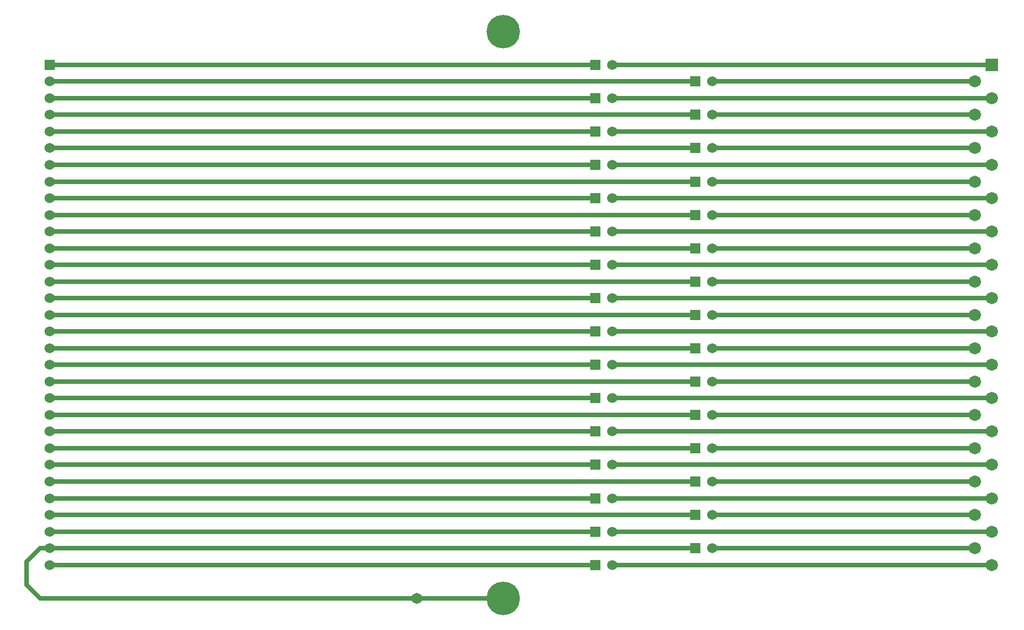
<source format=gbr>
G04 start of page 3 for group 1 idx 1 *
G04 Title: 01.003.00.01.01_main_pcb_layout.pcb, solder *
G04 Creator: pcb 20100929 *
G04 CreationDate: Sat Sep 29 18:10:19 2012 UTC *
G04 For: bert *
G04 Format: Gerber/RS-274X *
G04 PCB-Dimensions: 629925 393705 *
G04 PCB-Coordinate-Origin: lower left *
%MOIN*%
%FSLAX25Y25*%
%LNBACK*%
%ADD11C,0.0200*%
%ADD12C,0.0720*%
%ADD13C,0.1980*%
%ADD14C,0.0650*%
%ADD15C,0.0600*%
%ADD16C,0.0520*%
%ADD17C,0.1100*%
%ADD18C,0.1260*%
%ADD19C,0.0460*%
%ADD20C,0.0350*%
%ADD21C,0.0250*%
G54D21*X47244Y295280D02*X428071D01*
X47244Y275595D02*X428071D01*
X47244Y285437D02*X369016D01*
X47244Y265752D02*X369016D01*
X47244Y255910D02*X428071D01*
X47244Y344492D02*X369016D01*
X47244Y334650D02*X428071D01*
X47244Y324807D02*X369016D01*
X47244Y314965D02*X428071D01*
X47243Y305122D02*X369016D01*
X47244Y246067D02*X369016D01*
X47244Y226382D02*X369016D01*
X47244Y206697D02*X369016D01*
X47244Y187012D02*X369016D01*
X47244Y167327D02*X369016D01*
X47244Y147642D02*X369016D01*
X47244Y127957D02*X369016D01*
X47244Y108272D02*X369016D01*
X47244Y88587D02*X369016D01*
X47244Y236225D02*X428071D01*
X47244Y216540D02*X428071D01*
X47244Y196855D02*X428071D01*
X47244Y177170D02*X428071D01*
X47244Y157485D02*X428071D01*
X47244Y137799D02*X428071D01*
X47244Y118114D02*X428071D01*
X47244Y98429D02*X428071D01*
X47244Y78744D02*X428071D01*
X47244Y68902D02*X369016D01*
X314961Y29532D02*X263781D01*
X47244Y49217D02*X369016D01*
X33465Y51185D02*X41339Y59059D01*
X263780Y29532D02*X41339D01*
X33465Y37406D01*
Y51185D01*
X428071Y59059D02*X41339D01*
X379016Y324807D02*X603147Y324808D01*
X438071Y334650D02*X593305D01*
X603148Y344493D02*X379016D01*
X438071Y314965D02*X593306Y314966D01*
X379016Y305122D02*X603147D01*
X438071Y295280D02*X593306D01*
X379016Y285437D02*X603148Y285438D01*
X438071Y275595D02*X593306D01*
X379016Y265752D02*X603147D01*
X438071Y255910D02*X593306D01*
X379016Y246067D02*X603148Y246068D01*
X438071Y236225D02*X593306D01*
X379016Y226382D02*X603148Y226383D01*
X438071Y216540D02*X593306D01*
X379016Y206697D02*X603147D01*
X438071Y196855D02*X593306Y196856D01*
X379016Y187012D02*X603148Y187013D01*
X438071Y177170D02*X592519D01*
X438071Y78744D02*X593305D01*
X379016Y68902D02*X603148Y68903D01*
X379016Y167327D02*X603147D01*
X438071Y157485D02*X593306Y157486D01*
X379016Y147642D02*X603147D01*
X438071Y137800D02*X593305Y137801D01*
X379016Y127957D02*X603148Y127958D01*
X438976Y118114D02*X593306Y118115D01*
X379016Y108272D02*X603147D01*
X438071Y98429D02*X593306Y98430D01*
X379016Y88587D02*X603147D01*
X379016Y49217D02*X603148Y49218D01*
X438071Y59059D02*X593306Y59060D01*
G54D11*G36*
X599548Y348093D02*Y340893D01*
X606748D01*
Y348093D01*
X599548D01*
G37*
G54D12*X593306Y334651D03*
X603148Y324808D03*
X593306Y314966D03*
X603148Y305123D03*
X593306Y295280D03*
X603148Y285438D03*
G54D13*X314961Y364177D03*
Y29532D03*
G54D14*X263780D03*
G54D11*G36*
X44244Y347492D02*Y341492D01*
X50244D01*
Y347492D01*
X44244D01*
G37*
G54D15*X47244Y334650D03*
Y324807D03*
Y314965D03*
Y305122D03*
Y295280D03*
Y285437D03*
Y275595D03*
Y265752D03*
Y255910D03*
Y246067D03*
Y236225D03*
Y226382D03*
Y216540D03*
Y206697D03*
Y196855D03*
Y187012D03*
Y177170D03*
Y167327D03*
Y157485D03*
Y147642D03*
Y137799D03*
Y127957D03*
Y118114D03*
Y108272D03*
Y98429D03*
Y88587D03*
Y78744D03*
Y68902D03*
Y59059D03*
Y49217D03*
G54D12*X593306Y275595D03*
Y255910D03*
Y236225D03*
X603148Y265753D03*
Y246068D03*
Y226383D03*
X593306Y216540D03*
Y196856D03*
Y177171D03*
Y157486D03*
X603148Y206698D03*
Y187013D03*
Y167328D03*
Y147643D03*
X593306Y137800D03*
Y118115D03*
Y98430D03*
Y78745D03*
Y59060D03*
X603148Y127958D03*
Y108273D03*
Y88588D03*
Y68903D03*
Y49218D03*
G54D11*G36*
X366016Y347492D02*Y341492D01*
X372016D01*
Y347492D01*
X366016D01*
G37*
G54D15*X379016Y344492D03*
G54D11*G36*
X366016Y327807D02*Y321807D01*
X372016D01*
Y327807D01*
X366016D01*
G37*
G54D15*X379016Y324807D03*
G54D11*G36*
X366016Y308122D02*Y302122D01*
X372016D01*
Y308122D01*
X366016D01*
G37*
G54D15*X379016Y305122D03*
G54D11*G36*
X366016Y288437D02*Y282437D01*
X372016D01*
Y288437D01*
X366016D01*
G37*
G54D15*X379016Y285437D03*
G54D11*G36*
X425071Y337650D02*Y331650D01*
X431071D01*
Y337650D01*
X425071D01*
G37*
G36*
X366016Y268752D02*Y262752D01*
X372016D01*
Y268752D01*
X366016D01*
G37*
G36*
Y229382D02*Y223382D01*
X372016D01*
Y229382D01*
X366016D01*
G37*
G36*
Y209697D02*Y203697D01*
X372016D01*
Y209697D01*
X366016D01*
G37*
G54D15*X379016Y265752D03*
Y226382D03*
Y206697D03*
G54D11*G36*
X366016Y249067D02*Y243067D01*
X372016D01*
Y249067D01*
X366016D01*
G37*
G54D15*X379016Y246067D03*
G54D11*G36*
X366016Y190012D02*Y184012D01*
X372016D01*
Y190012D01*
X366016D01*
G37*
G36*
Y170327D02*Y164327D01*
X372016D01*
Y170327D01*
X366016D01*
G37*
G36*
Y150642D02*Y144642D01*
X372016D01*
Y150642D01*
X366016D01*
G37*
G54D15*X379016Y187012D03*
Y167327D03*
Y147642D03*
Y127957D03*
Y88587D03*
Y68902D03*
G54D11*G36*
X366016Y111272D02*Y105272D01*
X372016D01*
Y111272D01*
X366016D01*
G37*
G54D15*X379016Y108272D03*
G54D11*G36*
X366016Y130957D02*Y124957D01*
X372016D01*
Y130957D01*
X366016D01*
G37*
G36*
Y91587D02*Y85587D01*
X372016D01*
Y91587D01*
X366016D01*
G37*
G36*
Y71902D02*Y65902D01*
X372016D01*
Y71902D01*
X366016D01*
G37*
G36*
Y52217D02*Y46217D01*
X372016D01*
Y52217D01*
X366016D01*
G37*
G54D15*X379016Y49217D03*
X438071Y334650D03*
G54D11*G36*
X425071Y317965D02*Y311965D01*
X431071D01*
Y317965D01*
X425071D01*
G37*
G36*
Y298280D02*Y292280D01*
X431071D01*
Y298280D01*
X425071D01*
G37*
G36*
Y278595D02*Y272595D01*
X431071D01*
Y278595D01*
X425071D01*
G37*
G54D15*X438071Y314965D03*
Y295280D03*
Y275595D03*
Y255910D03*
Y236225D03*
Y216540D03*
G54D11*G36*
X425071Y258910D02*Y252910D01*
X431071D01*
Y258910D01*
X425071D01*
G37*
G36*
Y239225D02*Y233225D01*
X431071D01*
Y239225D01*
X425071D01*
G37*
G36*
Y219540D02*Y213540D01*
X431071D01*
Y219540D01*
X425071D01*
G37*
G54D15*X438071Y196855D03*
Y157485D03*
Y137800D03*
G54D11*G36*
X425071Y180170D02*Y174170D01*
X431071D01*
Y180170D01*
X425071D01*
G37*
G54D15*X438071Y177170D03*
G54D11*G36*
X425071Y199855D02*Y193855D01*
X431071D01*
Y199855D01*
X425071D01*
G37*
G36*
Y160485D02*Y154485D01*
X431071D01*
Y160485D01*
X425071D01*
G37*
G36*
Y140800D02*Y134800D01*
X431071D01*
Y140800D01*
X425071D01*
G37*
G36*
Y121115D02*Y115115D01*
X431071D01*
Y121115D01*
X425071D01*
G37*
G36*
Y81744D02*Y75744D01*
X431071D01*
Y81744D01*
X425071D01*
G37*
G36*
Y62059D02*Y56059D01*
X431071D01*
Y62059D01*
X425071D01*
G37*
G54D15*X438071Y118115D03*
Y78744D03*
Y59059D03*
G54D11*G36*
X425071Y101429D02*Y95429D01*
X431071D01*
Y101429D01*
X425071D01*
G37*
G54D15*X438071Y98429D03*
G54D16*G54D17*G54D18*G54D19*G54D18*G54D20*G54D16*G54D17*G54D20*M02*

</source>
